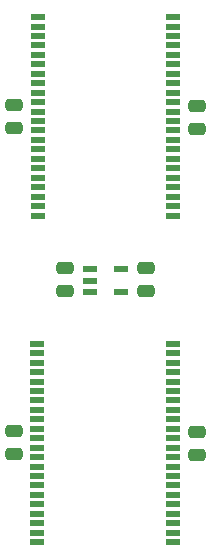
<source format=gtp>
%TF.GenerationSoftware,KiCad,Pcbnew,9.0.2*%
%TF.CreationDate,2025-06-20T11:26:14+02:00*%
%TF.ProjectId,Memory 1MB,4d656d6f-7279-4203-914d-422e6b696361,V0*%
%TF.SameCoordinates,Original*%
%TF.FileFunction,Paste,Top*%
%TF.FilePolarity,Positive*%
%FSLAX46Y46*%
G04 Gerber Fmt 4.6, Leading zero omitted, Abs format (unit mm)*
G04 Created by KiCad (PCBNEW 9.0.2) date 2025-06-20 11:26:14*
%MOMM*%
%LPD*%
G01*
G04 APERTURE LIST*
G04 Aperture macros list*
%AMRoundRect*
0 Rectangle with rounded corners*
0 $1 Rounding radius*
0 $2 $3 $4 $5 $6 $7 $8 $9 X,Y pos of 4 corners*
0 Add a 4 corners polygon primitive as box body*
4,1,4,$2,$3,$4,$5,$6,$7,$8,$9,$2,$3,0*
0 Add four circle primitives for the rounded corners*
1,1,$1+$1,$2,$3*
1,1,$1+$1,$4,$5*
1,1,$1+$1,$6,$7*
1,1,$1+$1,$8,$9*
0 Add four rect primitives between the rounded corners*
20,1,$1+$1,$2,$3,$4,$5,0*
20,1,$1+$1,$4,$5,$6,$7,0*
20,1,$1+$1,$6,$7,$8,$9,0*
20,1,$1+$1,$8,$9,$2,$3,0*%
G04 Aperture macros list end*
%ADD10RoundRect,0.250000X-0.475000X0.250000X-0.475000X-0.250000X0.475000X-0.250000X0.475000X0.250000X0*%
%ADD11RoundRect,0.250000X0.475000X-0.250000X0.475000X0.250000X-0.475000X0.250000X-0.475000X-0.250000X0*%
%ADD12R,1.150000X0.600000*%
%ADD13R,1.295000X0.600000*%
G04 APERTURE END LIST*
D10*
%TO.C,C41*%
X7899400Y-23526200D03*
X7899400Y-25426200D03*
%TD*%
D11*
%TO.C,C3*%
X19050600Y-39308000D03*
X19050600Y-37408000D03*
%TD*%
D12*
%TO.C,IC36*%
X10033000Y-23611800D03*
X10033000Y-24561800D03*
X10033000Y-25511800D03*
X12633000Y-25511800D03*
X12633000Y-23611800D03*
%TD*%
D10*
%TO.C,C20*%
X3556600Y-37313000D03*
X3556600Y-39213000D03*
%TD*%
%TO.C,C42*%
X14782800Y-23500800D03*
X14782800Y-25400800D03*
%TD*%
D13*
%TO.C,IC4*%
X5600400Y-2242600D03*
X5600400Y-3042600D03*
X5600400Y-3842600D03*
X5600400Y-4642600D03*
X5600400Y-5442600D03*
X5600400Y-6242600D03*
X5600400Y-7042600D03*
X5600400Y-7842600D03*
X5600400Y-8642600D03*
X5600400Y-9442600D03*
X5600400Y-10242600D03*
X5600400Y-11042600D03*
X5600400Y-11842600D03*
X5600400Y-12642600D03*
X5600400Y-13442600D03*
X5600400Y-14242600D03*
X5600400Y-15042600D03*
X5600400Y-15842600D03*
X5600400Y-16642600D03*
X5600400Y-17442600D03*
X5600400Y-18242600D03*
X5600400Y-19042600D03*
X17056400Y-19042600D03*
X17056400Y-18242600D03*
X17056400Y-17442600D03*
X17056400Y-16642600D03*
X17056400Y-15842600D03*
X17056400Y-15042600D03*
X17056400Y-14242600D03*
X17056400Y-13442600D03*
X17056400Y-12642600D03*
X17056400Y-11842600D03*
X17056400Y-11042600D03*
X17056400Y-10242600D03*
X17056400Y-9442600D03*
X17056400Y-8642600D03*
X17056400Y-7842600D03*
X17056400Y-7042600D03*
X17056400Y-6242600D03*
X17056400Y-5442600D03*
X17056400Y-4642600D03*
X17056400Y-3842600D03*
X17056400Y-3042600D03*
X17056400Y-2242600D03*
%TD*%
%TO.C,IC7*%
X5562600Y-29896000D03*
X5562600Y-30696000D03*
X5562600Y-31496000D03*
X5562600Y-32296000D03*
X5562600Y-33096000D03*
X5562600Y-33896000D03*
X5562600Y-34696000D03*
X5562600Y-35496000D03*
X5562600Y-36296000D03*
X5562600Y-37096000D03*
X5562600Y-37896000D03*
X5562600Y-38696000D03*
X5562600Y-39496000D03*
X5562600Y-40296000D03*
X5562600Y-41096000D03*
X5562600Y-41896000D03*
X5562600Y-42696000D03*
X5562600Y-43496000D03*
X5562600Y-44296000D03*
X5562600Y-45096000D03*
X5562600Y-45896000D03*
X5562600Y-46696000D03*
X17018600Y-46696000D03*
X17018600Y-45896000D03*
X17018600Y-45096000D03*
X17018600Y-44296000D03*
X17018600Y-43496000D03*
X17018600Y-42696000D03*
X17018600Y-41896000D03*
X17018600Y-41096000D03*
X17018600Y-40296000D03*
X17018600Y-39496000D03*
X17018600Y-38696000D03*
X17018600Y-37896000D03*
X17018600Y-37096000D03*
X17018600Y-36296000D03*
X17018600Y-35496000D03*
X17018600Y-34696000D03*
X17018600Y-33896000D03*
X17018600Y-33096000D03*
X17018600Y-32296000D03*
X17018600Y-31496000D03*
X17018600Y-30696000D03*
X17018600Y-29896000D03*
%TD*%
D11*
%TO.C,C1*%
X19050600Y-11690600D03*
X19050600Y-9790600D03*
%TD*%
D10*
%TO.C,C2*%
X3556600Y-9695600D03*
X3556600Y-11595600D03*
%TD*%
M02*

</source>
